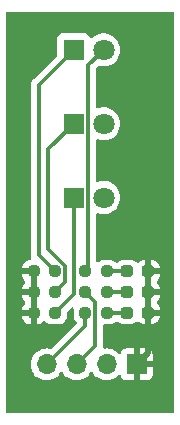
<source format=gbr>
%TF.GenerationSoftware,KiCad,Pcbnew,7.0.9*%
%TF.CreationDate,2024-01-22T13:50:01+01:00*%
%TF.ProjectId,traffic_light_module,74726166-6669-4635-9f6c-696768745f6d,rev?*%
%TF.SameCoordinates,Original*%
%TF.FileFunction,Copper,L1,Top*%
%TF.FilePolarity,Positive*%
%FSLAX46Y46*%
G04 Gerber Fmt 4.6, Leading zero omitted, Abs format (unit mm)*
G04 Created by KiCad (PCBNEW 7.0.9) date 2024-01-22 13:50:01*
%MOMM*%
%LPD*%
G01*
G04 APERTURE LIST*
G04 Aperture macros list*
%AMRoundRect*
0 Rectangle with rounded corners*
0 $1 Rounding radius*
0 $2 $3 $4 $5 $6 $7 $8 $9 X,Y pos of 4 corners*
0 Add a 4 corners polygon primitive as box body*
4,1,4,$2,$3,$4,$5,$6,$7,$8,$9,$2,$3,0*
0 Add four circle primitives for the rounded corners*
1,1,$1+$1,$2,$3*
1,1,$1+$1,$4,$5*
1,1,$1+$1,$6,$7*
1,1,$1+$1,$8,$9*
0 Add four rect primitives between the rounded corners*
20,1,$1+$1,$2,$3,$4,$5,0*
20,1,$1+$1,$4,$5,$6,$7,0*
20,1,$1+$1,$6,$7,$8,$9,0*
20,1,$1+$1,$8,$9,$2,$3,0*%
G04 Aperture macros list end*
%TA.AperFunction,ComponentPad*%
%ADD10R,1.800000X1.800000*%
%TD*%
%TA.AperFunction,ComponentPad*%
%ADD11C,1.800000*%
%TD*%
%TA.AperFunction,SMDPad,CuDef*%
%ADD12RoundRect,0.237500X-0.250000X-0.237500X0.250000X-0.237500X0.250000X0.237500X-0.250000X0.237500X0*%
%TD*%
%TA.AperFunction,SMDPad,CuDef*%
%ADD13RoundRect,0.237500X0.287500X0.237500X-0.287500X0.237500X-0.287500X-0.237500X0.287500X-0.237500X0*%
%TD*%
%TA.AperFunction,ComponentPad*%
%ADD14R,1.700000X1.700000*%
%TD*%
%TA.AperFunction,ComponentPad*%
%ADD15O,1.700000X1.700000*%
%TD*%
%TA.AperFunction,SMDPad,CuDef*%
%ADD16RoundRect,0.237500X0.250000X0.237500X-0.250000X0.237500X-0.250000X-0.237500X0.250000X-0.237500X0*%
%TD*%
%TA.AperFunction,ViaPad*%
%ADD17C,0.800000*%
%TD*%
%TA.AperFunction,Conductor*%
%ADD18C,0.300000*%
%TD*%
%TA.AperFunction,Conductor*%
%ADD19C,0.500000*%
%TD*%
G04 APERTURE END LIST*
D10*
%TO.P,D1,1,K*%
%TO.N,Net-(D1-K)*%
X157460000Y-68000000D03*
D11*
%TO.P,D1,2,A*%
%TO.N,RED*%
X160000000Y-68000000D03*
%TD*%
D12*
%TO.P,R2,1*%
%TO.N,GND*%
X154087500Y-88500000D03*
%TO.P,R2,2*%
%TO.N,Net-(D2-K)*%
X155912500Y-88500000D03*
%TD*%
D13*
%TO.P,D5,1,K*%
%TO.N,GND*%
X163750000Y-90250000D03*
%TO.P,D5,2,A*%
%TO.N,Net-(D5-A)*%
X162000000Y-90250000D03*
%TD*%
%TO.P,D4,1,K*%
%TO.N,GND*%
X163750000Y-88500000D03*
%TO.P,D4,2,A*%
%TO.N,Net-(D4-A)*%
X162000000Y-88500000D03*
%TD*%
%TO.P,D6,1,K*%
%TO.N,GND*%
X163750000Y-86750000D03*
%TO.P,D6,2,A*%
%TO.N,Net-(D6-A)*%
X162000000Y-86750000D03*
%TD*%
D10*
%TO.P,D2,1,K*%
%TO.N,Net-(D2-K)*%
X157475000Y-74250000D03*
D11*
%TO.P,D2,2,A*%
%TO.N,YELLOW*%
X160015000Y-74250000D03*
%TD*%
D14*
%TO.P,J1,1,Pin_1*%
%TO.N,GND*%
X162800000Y-94625000D03*
D15*
%TO.P,J1,2,Pin_2*%
%TO.N,RED*%
X160260000Y-94625000D03*
%TO.P,J1,3,Pin_3*%
%TO.N,YELLOW*%
X157720000Y-94625000D03*
%TO.P,J1,4,Pin_4*%
%TO.N,GREEN*%
X155180000Y-94625000D03*
%TD*%
D16*
%TO.P,R4,1*%
%TO.N,Net-(D4-A)*%
X160287500Y-88500000D03*
%TO.P,R4,2*%
%TO.N,YELLOW*%
X158462500Y-88500000D03*
%TD*%
%TO.P,R6,1*%
%TO.N,Net-(D6-A)*%
X160287500Y-86750000D03*
%TO.P,R6,2*%
%TO.N,RED*%
X158462500Y-86750000D03*
%TD*%
%TO.P,R5,1*%
%TO.N,Net-(D5-A)*%
X160287500Y-90250000D03*
%TO.P,R5,2*%
%TO.N,GREEN*%
X158462500Y-90250000D03*
%TD*%
D10*
%TO.P,D3,1,K*%
%TO.N,Net-(D3-K)*%
X157475000Y-80500000D03*
D11*
%TO.P,D3,2,A*%
%TO.N,GREEN*%
X160015000Y-80500000D03*
%TD*%
D12*
%TO.P,R1,1*%
%TO.N,GND*%
X154087500Y-86750000D03*
%TO.P,R1,2*%
%TO.N,Net-(D1-K)*%
X155912500Y-86750000D03*
%TD*%
%TO.P,R3,1*%
%TO.N,GND*%
X154087500Y-90270000D03*
%TO.P,R3,2*%
%TO.N,Net-(D3-K)*%
X155912500Y-90270000D03*
%TD*%
D17*
%TO.N,GND*%
X154000000Y-92250000D03*
%TD*%
D18*
%TO.N,Net-(D1-K)*%
X154500000Y-85337500D02*
X155912500Y-86750000D01*
X157460000Y-68000000D02*
X154500000Y-70960000D01*
X154500000Y-70960000D02*
X154500000Y-85337500D01*
%TO.N,GREEN*%
X158462500Y-91342500D02*
X155180000Y-94625000D01*
X158462500Y-90250000D02*
X158462500Y-91342500D01*
%TO.N,Net-(D2-K)*%
X156750000Y-87662500D02*
X155912500Y-88500000D01*
X155309803Y-84822371D02*
X156750000Y-86262568D01*
X157475000Y-74250000D02*
X155309803Y-76415197D01*
X155309803Y-76415197D02*
X155309803Y-84822371D01*
X156750000Y-86262568D02*
X156750000Y-87662500D01*
%TO.N,Net-(D3-K)*%
X157475000Y-88707500D02*
X155912500Y-90270000D01*
X157475000Y-80500000D02*
X157475000Y-88707500D01*
D19*
%TO.N,GND*%
X154087500Y-86750000D02*
X154087500Y-88500000D01*
X154087500Y-88500000D02*
X154087500Y-90270000D01*
X163750000Y-86750000D02*
X163750000Y-88500000D01*
X163750000Y-88500000D02*
X163750000Y-90250000D01*
X163750000Y-90250000D02*
X163750000Y-93675000D01*
X154087500Y-90270000D02*
X154087500Y-92162500D01*
X163750000Y-93675000D02*
X162800000Y-94625000D01*
X154087500Y-92162500D02*
X154000000Y-92250000D01*
D18*
%TO.N,RED*%
X158725000Y-86487500D02*
X158462500Y-86750000D01*
X158725000Y-69275000D02*
X158725000Y-86487500D01*
X160000000Y-68000000D02*
X158725000Y-69275000D01*
%TO.N,YELLOW*%
X159300000Y-89337500D02*
X159300000Y-93045000D01*
X158462500Y-88500000D02*
X159300000Y-89337500D01*
X159300000Y-93045000D02*
X157720000Y-94625000D01*
%TO.N,Net-(D4-A)*%
X160287500Y-88500000D02*
X162000000Y-88500000D01*
%TO.N,Net-(D5-A)*%
X160287500Y-90250000D02*
X162000000Y-90250000D01*
%TO.N,Net-(D6-A)*%
X160287500Y-86750000D02*
X162000000Y-86750000D01*
%TD*%
%TA.AperFunction,Conductor*%
%TO.N,GND*%
G36*
X165942539Y-64770185D02*
G01*
X165988294Y-64822989D01*
X165999500Y-64874500D01*
X165999500Y-98625500D01*
X165979815Y-98692539D01*
X165927011Y-98738294D01*
X165875500Y-98749500D01*
X151874500Y-98749500D01*
X151807461Y-98729815D01*
X151761706Y-98677011D01*
X151750500Y-98625500D01*
X151750500Y-90520000D01*
X153100001Y-90520000D01*
X153100001Y-90556654D01*
X153110319Y-90657652D01*
X153164546Y-90821300D01*
X153164551Y-90821311D01*
X153255052Y-90968034D01*
X153255055Y-90968038D01*
X153376961Y-91089944D01*
X153376965Y-91089947D01*
X153523688Y-91180448D01*
X153523699Y-91180453D01*
X153687347Y-91234680D01*
X153788351Y-91244999D01*
X153837499Y-91244998D01*
X153837500Y-91244998D01*
X153837500Y-90520000D01*
X153100001Y-90520000D01*
X151750500Y-90520000D01*
X151750500Y-90020000D01*
X153100000Y-90020000D01*
X153837500Y-90020000D01*
X153837500Y-88750000D01*
X153100001Y-88750000D01*
X153100001Y-88786654D01*
X153110319Y-88887652D01*
X153164546Y-89051300D01*
X153164551Y-89051311D01*
X153255052Y-89198034D01*
X153354336Y-89297319D01*
X153387820Y-89358642D01*
X153382836Y-89428334D01*
X153354336Y-89472681D01*
X153255052Y-89571965D01*
X153164551Y-89718688D01*
X153164546Y-89718699D01*
X153110319Y-89882347D01*
X153100000Y-89983345D01*
X153100000Y-90020000D01*
X151750500Y-90020000D01*
X151750500Y-88250000D01*
X153100000Y-88250000D01*
X153837500Y-88250000D01*
X153837500Y-87000000D01*
X153100001Y-87000000D01*
X153100001Y-87036654D01*
X153110319Y-87137652D01*
X153164546Y-87301300D01*
X153164551Y-87301311D01*
X153255052Y-87448034D01*
X153255055Y-87448038D01*
X153344336Y-87537319D01*
X153377821Y-87598642D01*
X153372837Y-87668334D01*
X153344336Y-87712681D01*
X153255055Y-87801961D01*
X153255052Y-87801965D01*
X153164551Y-87948688D01*
X153164546Y-87948699D01*
X153110319Y-88112347D01*
X153100000Y-88213345D01*
X153100000Y-88250000D01*
X151750500Y-88250000D01*
X151750500Y-86500000D01*
X153100000Y-86500000D01*
X154213500Y-86500000D01*
X154280539Y-86519685D01*
X154326294Y-86572489D01*
X154337500Y-86624000D01*
X154337500Y-91244999D01*
X154386640Y-91244999D01*
X154386654Y-91244998D01*
X154487652Y-91234680D01*
X154651300Y-91180453D01*
X154651311Y-91180448D01*
X154798033Y-91089948D01*
X154911964Y-90976017D01*
X154973287Y-90942532D01*
X155042979Y-90947516D01*
X155087327Y-90976017D01*
X155201650Y-91090340D01*
X155348484Y-91180908D01*
X155512247Y-91235174D01*
X155613323Y-91245500D01*
X156211676Y-91245499D01*
X156211684Y-91245498D01*
X156211687Y-91245498D01*
X156297765Y-91236705D01*
X156312753Y-91235174D01*
X156476516Y-91180908D01*
X156623350Y-91090340D01*
X156745340Y-90968350D01*
X156835908Y-90821516D01*
X156890174Y-90657753D01*
X156900500Y-90556677D01*
X156900499Y-90253306D01*
X156920183Y-90186268D01*
X156936813Y-90165631D01*
X157266200Y-89836244D01*
X157327521Y-89802761D01*
X157397213Y-89807745D01*
X157453146Y-89849617D01*
X157477563Y-89915081D01*
X157477237Y-89936529D01*
X157474500Y-89963313D01*
X157474500Y-90536669D01*
X157474501Y-90536687D01*
X157484825Y-90637752D01*
X157491453Y-90657753D01*
X157539092Y-90801516D01*
X157626071Y-90942532D01*
X157629661Y-90948351D01*
X157695500Y-91014190D01*
X157728985Y-91075513D01*
X157724001Y-91145205D01*
X157695500Y-91189552D01*
X155607762Y-93277290D01*
X155546439Y-93310775D01*
X155487989Y-93309384D01*
X155415416Y-93289939D01*
X155415412Y-93289938D01*
X155415408Y-93289937D01*
X155415406Y-93289936D01*
X155415403Y-93289936D01*
X155180001Y-93269341D01*
X155179999Y-93269341D01*
X154944596Y-93289936D01*
X154944586Y-93289938D01*
X154716344Y-93351094D01*
X154716335Y-93351098D01*
X154502171Y-93450964D01*
X154502169Y-93450965D01*
X154308597Y-93586505D01*
X154141505Y-93753597D01*
X154005965Y-93947169D01*
X154005964Y-93947171D01*
X153906098Y-94161335D01*
X153906094Y-94161344D01*
X153844938Y-94389586D01*
X153844936Y-94389596D01*
X153824341Y-94624999D01*
X153824341Y-94625000D01*
X153844936Y-94860403D01*
X153844938Y-94860413D01*
X153906094Y-95088655D01*
X153906096Y-95088659D01*
X153906097Y-95088663D01*
X153986004Y-95260023D01*
X154005965Y-95302830D01*
X154005967Y-95302834D01*
X154114281Y-95457521D01*
X154141505Y-95496401D01*
X154308599Y-95663495D01*
X154385135Y-95717086D01*
X154502165Y-95799032D01*
X154502167Y-95799033D01*
X154502170Y-95799035D01*
X154716337Y-95898903D01*
X154944592Y-95960063D01*
X155115319Y-95975000D01*
X155179999Y-95980659D01*
X155180000Y-95980659D01*
X155180001Y-95980659D01*
X155244681Y-95975000D01*
X155415408Y-95960063D01*
X155643663Y-95898903D01*
X155857830Y-95799035D01*
X156051401Y-95663495D01*
X156218495Y-95496401D01*
X156348425Y-95310842D01*
X156403002Y-95267217D01*
X156472500Y-95260023D01*
X156534855Y-95291546D01*
X156551575Y-95310842D01*
X156681500Y-95496395D01*
X156681505Y-95496401D01*
X156848599Y-95663495D01*
X156925135Y-95717086D01*
X157042165Y-95799032D01*
X157042167Y-95799033D01*
X157042170Y-95799035D01*
X157256337Y-95898903D01*
X157484592Y-95960063D01*
X157655319Y-95975000D01*
X157719999Y-95980659D01*
X157720000Y-95980659D01*
X157720001Y-95980659D01*
X157784681Y-95975000D01*
X157955408Y-95960063D01*
X158183663Y-95898903D01*
X158397830Y-95799035D01*
X158591401Y-95663495D01*
X158758495Y-95496401D01*
X158888425Y-95310842D01*
X158943002Y-95267217D01*
X159012500Y-95260023D01*
X159074855Y-95291546D01*
X159091575Y-95310842D01*
X159221500Y-95496395D01*
X159221505Y-95496401D01*
X159388599Y-95663495D01*
X159465135Y-95717086D01*
X159582165Y-95799032D01*
X159582167Y-95799033D01*
X159582170Y-95799035D01*
X159796337Y-95898903D01*
X160024592Y-95960063D01*
X160195319Y-95975000D01*
X160259999Y-95980659D01*
X160260000Y-95980659D01*
X160260001Y-95980659D01*
X160324681Y-95975000D01*
X160495408Y-95960063D01*
X160723663Y-95898903D01*
X160937830Y-95799035D01*
X161131401Y-95663495D01*
X161253717Y-95541178D01*
X161315036Y-95507696D01*
X161384728Y-95512680D01*
X161440662Y-95554551D01*
X161457577Y-95585528D01*
X161506646Y-95717088D01*
X161506649Y-95717093D01*
X161592809Y-95832187D01*
X161592812Y-95832190D01*
X161707906Y-95918350D01*
X161707913Y-95918354D01*
X161842620Y-95968596D01*
X161842627Y-95968598D01*
X161902155Y-95974999D01*
X161902172Y-95975000D01*
X162550000Y-95975000D01*
X162550000Y-95060501D01*
X162657685Y-95109680D01*
X162764237Y-95125000D01*
X162835763Y-95125000D01*
X162942315Y-95109680D01*
X163050000Y-95060501D01*
X163050000Y-95975000D01*
X163697828Y-95975000D01*
X163697844Y-95974999D01*
X163757372Y-95968598D01*
X163757379Y-95968596D01*
X163892086Y-95918354D01*
X163892093Y-95918350D01*
X164007187Y-95832190D01*
X164007190Y-95832187D01*
X164093350Y-95717093D01*
X164093354Y-95717086D01*
X164143596Y-95582379D01*
X164143598Y-95582372D01*
X164149999Y-95522844D01*
X164150000Y-95522827D01*
X164150000Y-94875000D01*
X163233686Y-94875000D01*
X163259493Y-94834844D01*
X163300000Y-94696889D01*
X163300000Y-94553111D01*
X163259493Y-94415156D01*
X163233686Y-94375000D01*
X164150000Y-94375000D01*
X164150000Y-93727172D01*
X164149999Y-93727155D01*
X164143598Y-93667627D01*
X164143596Y-93667620D01*
X164093354Y-93532913D01*
X164093350Y-93532906D01*
X164007190Y-93417812D01*
X164007187Y-93417809D01*
X163892093Y-93331649D01*
X163892086Y-93331645D01*
X163757379Y-93281403D01*
X163757372Y-93281401D01*
X163697844Y-93275000D01*
X163050000Y-93275000D01*
X163050000Y-94189498D01*
X162942315Y-94140320D01*
X162835763Y-94125000D01*
X162764237Y-94125000D01*
X162657685Y-94140320D01*
X162550000Y-94189498D01*
X162550000Y-93275000D01*
X161902155Y-93275000D01*
X161842627Y-93281401D01*
X161842620Y-93281403D01*
X161707913Y-93331645D01*
X161707906Y-93331649D01*
X161592812Y-93417809D01*
X161592809Y-93417812D01*
X161506649Y-93532906D01*
X161506645Y-93532913D01*
X161457578Y-93664470D01*
X161415707Y-93720404D01*
X161350242Y-93744821D01*
X161281969Y-93729969D01*
X161253715Y-93708819D01*
X161209366Y-93664470D01*
X161131401Y-93586505D01*
X161131397Y-93586502D01*
X161131396Y-93586501D01*
X160937834Y-93450967D01*
X160937830Y-93450965D01*
X160866727Y-93417809D01*
X160723663Y-93351097D01*
X160723659Y-93351096D01*
X160723655Y-93351094D01*
X160495413Y-93289938D01*
X160495403Y-93289936D01*
X160260001Y-93269341D01*
X160259998Y-93269341D01*
X160080511Y-93285044D01*
X160012011Y-93271277D01*
X159961828Y-93222662D01*
X159945895Y-93154633D01*
X159949599Y-93130684D01*
X159950500Y-93127177D01*
X159950500Y-93105949D01*
X159952027Y-93086549D01*
X159955346Y-93065595D01*
X159950775Y-93017238D01*
X159950500Y-93011400D01*
X159950500Y-91349499D01*
X159970185Y-91282460D01*
X160022989Y-91236705D01*
X160074496Y-91225499D01*
X160586676Y-91225499D01*
X160586684Y-91225498D01*
X160586687Y-91225498D01*
X160642030Y-91219844D01*
X160687753Y-91215174D01*
X160851516Y-91160908D01*
X160998350Y-91070340D01*
X161037319Y-91031371D01*
X161098642Y-90997886D01*
X161168334Y-91002870D01*
X161212681Y-91031371D01*
X161251650Y-91070340D01*
X161398484Y-91160908D01*
X161562247Y-91215174D01*
X161663323Y-91225500D01*
X162336676Y-91225499D01*
X162336684Y-91225498D01*
X162336687Y-91225498D01*
X162392030Y-91219844D01*
X162437753Y-91215174D01*
X162601516Y-91160908D01*
X162748350Y-91070340D01*
X162787673Y-91031016D01*
X162848994Y-90997532D01*
X162918685Y-91002516D01*
X162963034Y-91031017D01*
X163001961Y-91069944D01*
X163001965Y-91069947D01*
X163148688Y-91160448D01*
X163148699Y-91160453D01*
X163312347Y-91214680D01*
X163413351Y-91224999D01*
X163500000Y-91224998D01*
X163500000Y-90500000D01*
X164000000Y-90500000D01*
X164000000Y-91224999D01*
X164086640Y-91224999D01*
X164086654Y-91224998D01*
X164187652Y-91214680D01*
X164351300Y-91160453D01*
X164351311Y-91160448D01*
X164498034Y-91069947D01*
X164498038Y-91069944D01*
X164619944Y-90948038D01*
X164619947Y-90948034D01*
X164710448Y-90801311D01*
X164710453Y-90801300D01*
X164764680Y-90637652D01*
X164774999Y-90536654D01*
X164775000Y-90536641D01*
X164775000Y-90500000D01*
X164000000Y-90500000D01*
X163500000Y-90500000D01*
X163500000Y-88750000D01*
X164000000Y-88750000D01*
X164000000Y-90000000D01*
X164774999Y-90000000D01*
X164774999Y-89963360D01*
X164774998Y-89963345D01*
X164764680Y-89862347D01*
X164710453Y-89698699D01*
X164710448Y-89698688D01*
X164619947Y-89551965D01*
X164619944Y-89551961D01*
X164530664Y-89462681D01*
X164497179Y-89401358D01*
X164502163Y-89331666D01*
X164530664Y-89287319D01*
X164619944Y-89198038D01*
X164619947Y-89198034D01*
X164710448Y-89051311D01*
X164710453Y-89051300D01*
X164764680Y-88887652D01*
X164774999Y-88786654D01*
X164775000Y-88786641D01*
X164775000Y-88750000D01*
X164000000Y-88750000D01*
X163500000Y-88750000D01*
X163500000Y-87000000D01*
X164000000Y-87000000D01*
X164000000Y-88250000D01*
X164774999Y-88250000D01*
X164774999Y-88213360D01*
X164774998Y-88213345D01*
X164764680Y-88112347D01*
X164710453Y-87948699D01*
X164710448Y-87948688D01*
X164619947Y-87801965D01*
X164619944Y-87801961D01*
X164530664Y-87712681D01*
X164497179Y-87651358D01*
X164502163Y-87581666D01*
X164530664Y-87537319D01*
X164619944Y-87448038D01*
X164619947Y-87448034D01*
X164710448Y-87301311D01*
X164710453Y-87301300D01*
X164764680Y-87137652D01*
X164774999Y-87036654D01*
X164775000Y-87036641D01*
X164775000Y-87000000D01*
X164000000Y-87000000D01*
X163500000Y-87000000D01*
X163500000Y-85775000D01*
X164000000Y-85775000D01*
X164000000Y-86500000D01*
X164774999Y-86500000D01*
X164774999Y-86463360D01*
X164774998Y-86463345D01*
X164764680Y-86362347D01*
X164710453Y-86198699D01*
X164710448Y-86198688D01*
X164619947Y-86051965D01*
X164619944Y-86051961D01*
X164498038Y-85930055D01*
X164498034Y-85930052D01*
X164351311Y-85839551D01*
X164351300Y-85839546D01*
X164187652Y-85785319D01*
X164086654Y-85775000D01*
X164000000Y-85775000D01*
X163500000Y-85775000D01*
X163499999Y-85774999D01*
X163413360Y-85775000D01*
X163413343Y-85775001D01*
X163312347Y-85785319D01*
X163148699Y-85839546D01*
X163148688Y-85839551D01*
X163001965Y-85930052D01*
X163001961Y-85930055D01*
X162963033Y-85968983D01*
X162901710Y-86002468D01*
X162832018Y-85997482D01*
X162787672Y-85968982D01*
X162748351Y-85929661D01*
X162748350Y-85929660D01*
X162657129Y-85873395D01*
X162601518Y-85839093D01*
X162601513Y-85839091D01*
X162581873Y-85832583D01*
X162437753Y-85784826D01*
X162437751Y-85784825D01*
X162336678Y-85774500D01*
X161663330Y-85774500D01*
X161663312Y-85774501D01*
X161562247Y-85784825D01*
X161398484Y-85839092D01*
X161398481Y-85839093D01*
X161251648Y-85929661D01*
X161212681Y-85968629D01*
X161151358Y-86002114D01*
X161081666Y-85997130D01*
X161037319Y-85968629D01*
X160998351Y-85929661D01*
X160998350Y-85929660D01*
X160907129Y-85873395D01*
X160851518Y-85839093D01*
X160851513Y-85839091D01*
X160831873Y-85832583D01*
X160687753Y-85784826D01*
X160687751Y-85784825D01*
X160586678Y-85774500D01*
X159988330Y-85774500D01*
X159988312Y-85774501D01*
X159887247Y-85784825D01*
X159723484Y-85839092D01*
X159723481Y-85839093D01*
X159576647Y-85929662D01*
X159576411Y-85929849D01*
X159576218Y-85929926D01*
X159570503Y-85933452D01*
X159569900Y-85932475D01*
X159511615Y-85955990D01*
X159442973Y-85942949D01*
X159392278Y-85894868D01*
X159375500Y-85832583D01*
X159375500Y-81934862D01*
X159395185Y-81867823D01*
X159447989Y-81822068D01*
X159517147Y-81812124D01*
X159539763Y-81817581D01*
X159670015Y-81862297D01*
X159670017Y-81862297D01*
X159670019Y-81862298D01*
X159898951Y-81900500D01*
X159898952Y-81900500D01*
X160131048Y-81900500D01*
X160131049Y-81900500D01*
X160359981Y-81862298D01*
X160579503Y-81786936D01*
X160783626Y-81676470D01*
X160966784Y-81533913D01*
X161123979Y-81363153D01*
X161250924Y-81168849D01*
X161344157Y-80956300D01*
X161401134Y-80731305D01*
X161420300Y-80500000D01*
X161420300Y-80499993D01*
X161401135Y-80268702D01*
X161401133Y-80268691D01*
X161344157Y-80043699D01*
X161250924Y-79831151D01*
X161123983Y-79636852D01*
X161123980Y-79636849D01*
X161123979Y-79636847D01*
X160966784Y-79466087D01*
X160966779Y-79466083D01*
X160966777Y-79466081D01*
X160783634Y-79323535D01*
X160783628Y-79323531D01*
X160579504Y-79213064D01*
X160579495Y-79213061D01*
X160359984Y-79137702D01*
X160169450Y-79105908D01*
X160131049Y-79099500D01*
X159898951Y-79099500D01*
X159860550Y-79105908D01*
X159670015Y-79137702D01*
X159539763Y-79182418D01*
X159469964Y-79185568D01*
X159409543Y-79150482D01*
X159377682Y-79088299D01*
X159375500Y-79065137D01*
X159375500Y-75684862D01*
X159395185Y-75617823D01*
X159447989Y-75572068D01*
X159517147Y-75562124D01*
X159539763Y-75567581D01*
X159670015Y-75612297D01*
X159670017Y-75612297D01*
X159670019Y-75612298D01*
X159898951Y-75650500D01*
X159898952Y-75650500D01*
X160131048Y-75650500D01*
X160131049Y-75650500D01*
X160359981Y-75612298D01*
X160579503Y-75536936D01*
X160783626Y-75426470D01*
X160966784Y-75283913D01*
X161123979Y-75113153D01*
X161250924Y-74918849D01*
X161344157Y-74706300D01*
X161401134Y-74481305D01*
X161420300Y-74250000D01*
X161420300Y-74249993D01*
X161401135Y-74018702D01*
X161401133Y-74018691D01*
X161344157Y-73793699D01*
X161250924Y-73581151D01*
X161123983Y-73386852D01*
X161123980Y-73386849D01*
X161123979Y-73386847D01*
X160966784Y-73216087D01*
X160966779Y-73216083D01*
X160966777Y-73216081D01*
X160783634Y-73073535D01*
X160783628Y-73073531D01*
X160579504Y-72963064D01*
X160579495Y-72963061D01*
X160359984Y-72887702D01*
X160169450Y-72855908D01*
X160131049Y-72849500D01*
X159898951Y-72849500D01*
X159860550Y-72855908D01*
X159670015Y-72887702D01*
X159539763Y-72932418D01*
X159469964Y-72935568D01*
X159409543Y-72900482D01*
X159377682Y-72838299D01*
X159375500Y-72815137D01*
X159375500Y-69595807D01*
X159395185Y-69528768D01*
X159411810Y-69508135D01*
X159527801Y-69392143D01*
X159589120Y-69358661D01*
X159649753Y-69362202D01*
X159650048Y-69361040D01*
X159655011Y-69362296D01*
X159655015Y-69362296D01*
X159655019Y-69362298D01*
X159883951Y-69400500D01*
X159883952Y-69400500D01*
X160116048Y-69400500D01*
X160116049Y-69400500D01*
X160344981Y-69362298D01*
X160564503Y-69286936D01*
X160768626Y-69176470D01*
X160951784Y-69033913D01*
X161108979Y-68863153D01*
X161235924Y-68668849D01*
X161329157Y-68456300D01*
X161386134Y-68231305D01*
X161405300Y-68000000D01*
X161405300Y-67999993D01*
X161386135Y-67768702D01*
X161386133Y-67768691D01*
X161329157Y-67543699D01*
X161235924Y-67331151D01*
X161108983Y-67136852D01*
X161108980Y-67136849D01*
X161108979Y-67136847D01*
X160951784Y-66966087D01*
X160951779Y-66966083D01*
X160951777Y-66966081D01*
X160768634Y-66823535D01*
X160768628Y-66823531D01*
X160564504Y-66713064D01*
X160564495Y-66713061D01*
X160344984Y-66637702D01*
X160154450Y-66605908D01*
X160116049Y-66599500D01*
X159883951Y-66599500D01*
X159845550Y-66605908D01*
X159655015Y-66637702D01*
X159435504Y-66713061D01*
X159435495Y-66713064D01*
X159231371Y-66823531D01*
X159231365Y-66823535D01*
X159048222Y-66966081D01*
X159048218Y-66966085D01*
X159039866Y-66975158D01*
X158979979Y-67011148D01*
X158910141Y-67009047D01*
X158852525Y-66969522D01*
X158832455Y-66934507D01*
X158803797Y-66857671D01*
X158803793Y-66857664D01*
X158717547Y-66742455D01*
X158717544Y-66742452D01*
X158602335Y-66656206D01*
X158602328Y-66656202D01*
X158467482Y-66605908D01*
X158467483Y-66605908D01*
X158407883Y-66599501D01*
X158407881Y-66599500D01*
X158407873Y-66599500D01*
X158407864Y-66599500D01*
X156512129Y-66599500D01*
X156512123Y-66599501D01*
X156452516Y-66605908D01*
X156317671Y-66656202D01*
X156317664Y-66656206D01*
X156202455Y-66742452D01*
X156202452Y-66742455D01*
X156116206Y-66857664D01*
X156116202Y-66857671D01*
X156065908Y-66992517D01*
X156059501Y-67052116D01*
X156059500Y-67052135D01*
X156059500Y-68429191D01*
X156039815Y-68496230D01*
X156023181Y-68516872D01*
X154100483Y-70439569D01*
X154087910Y-70449643D01*
X154088065Y-70449830D01*
X154082059Y-70454798D01*
X154057434Y-70481021D01*
X154032809Y-70507244D01*
X154021949Y-70518104D01*
X154011088Y-70528965D01*
X154011078Y-70528977D01*
X154006587Y-70534765D01*
X154002801Y-70539197D01*
X153969552Y-70574606D01*
X153959322Y-70593213D01*
X153948646Y-70609464D01*
X153935640Y-70626232D01*
X153935636Y-70626238D01*
X153916348Y-70670811D01*
X153913777Y-70676058D01*
X153890372Y-70718630D01*
X153890372Y-70718631D01*
X153885091Y-70739199D01*
X153878791Y-70757601D01*
X153870364Y-70777073D01*
X153862766Y-70825047D01*
X153861581Y-70830770D01*
X153849500Y-70877818D01*
X153849500Y-70899044D01*
X153847973Y-70918444D01*
X153844653Y-70939403D01*
X153849225Y-70987767D01*
X153849500Y-70993606D01*
X153849500Y-85251994D01*
X153847732Y-85268005D01*
X153847974Y-85268028D01*
X153847240Y-85275794D01*
X153849500Y-85347703D01*
X153849500Y-85378420D01*
X153849501Y-85378440D01*
X153850418Y-85385706D01*
X153850876Y-85391524D01*
X153852402Y-85440067D01*
X153852403Y-85440070D01*
X153858323Y-85460448D01*
X153862268Y-85479496D01*
X153864928Y-85500554D01*
X153864931Y-85500564D01*
X153882813Y-85545730D01*
X153884705Y-85551258D01*
X153898254Y-85597895D01*
X153899923Y-85601750D01*
X153900328Y-85605031D01*
X153900432Y-85605389D01*
X153900374Y-85605405D01*
X153908484Y-85671094D01*
X153878196Y-85734057D01*
X153818676Y-85770651D01*
X153791475Y-85774299D01*
X153791503Y-85774841D01*
X153788344Y-85775001D01*
X153687347Y-85785319D01*
X153523699Y-85839546D01*
X153523688Y-85839551D01*
X153376965Y-85930052D01*
X153376961Y-85930055D01*
X153255055Y-86051961D01*
X153255052Y-86051965D01*
X153164551Y-86198688D01*
X153164546Y-86198699D01*
X153110319Y-86362347D01*
X153100000Y-86463345D01*
X153100000Y-86500000D01*
X151750500Y-86500000D01*
X151750500Y-64874500D01*
X151770185Y-64807461D01*
X151822989Y-64761706D01*
X151874500Y-64750500D01*
X165875500Y-64750500D01*
X165942539Y-64770185D01*
G37*
%TD.AperFunction*%
%TD*%
M02*

</source>
